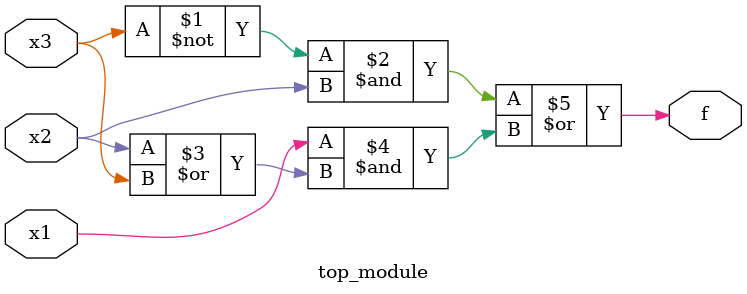
<source format=v>
module top_module( 
    input x3,
    input x2,
    input x1,  // three inputs
    output f   // one output
);
    assign f = (~x3 & x2)|(x1&(x2|x3));
endmodule

</source>
